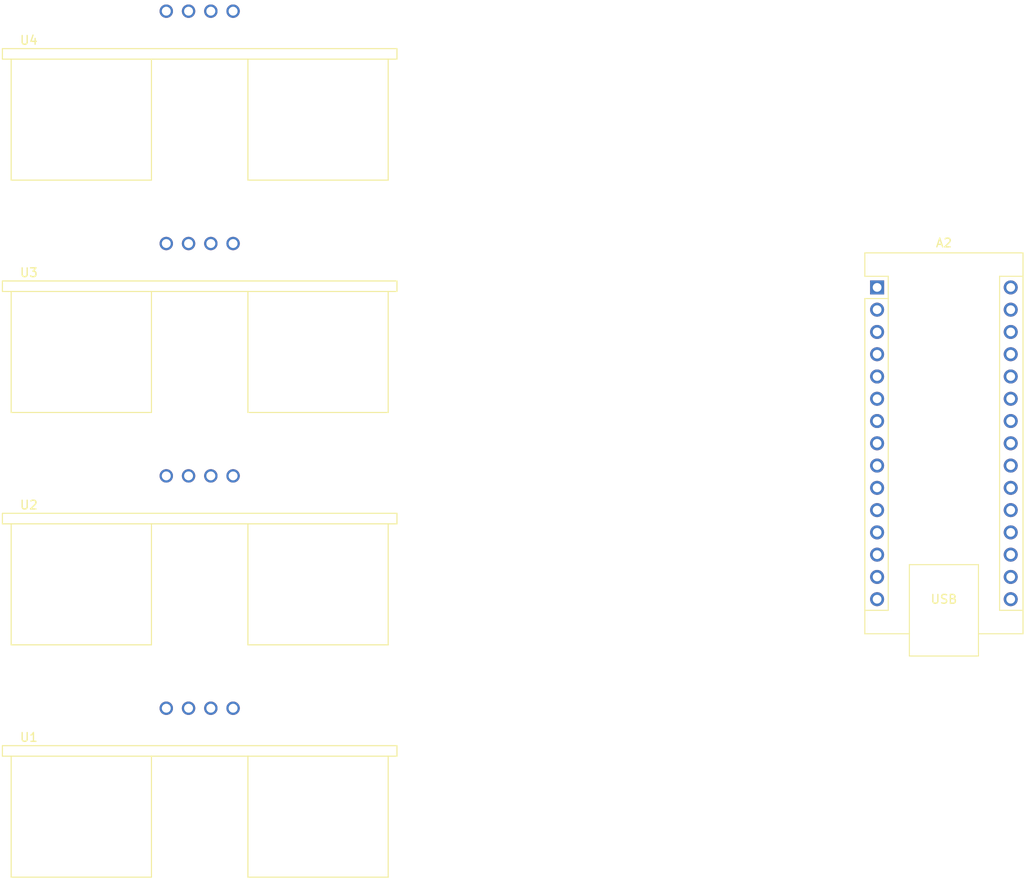
<source format=kicad_pcb>
(kicad_pcb (version 20240108) (generator "pcbnew") (generator_version "8.0")
  (title_block (title "PCB of 4 Senor Setup") (date "2024-10-11"))
  (layers (0 "F.Cu" signal) (31 "B.Cu" signal) (34 "B.Paste" user) (35 "F.Paste" user) (36 "B.SilkS" user "B.Silkscreen") (37 "F.SilkS" user "F.Silkscreen") (38 "B.Mask" user) (39 "F.Mask" user) (44 "Edge.Cuts" user))
  (net 0 "")
  (net 5 "GND")
  (net 8 "Net-(A2-D7)")
  (net 10 "Net-(A2-D9)")
  (net 11 "Net-(A2-D5)")
  (net 14 "Net-(A2-D6)")
  (net 18 "Net-(A2-D10)")
  (net 20 "Net-(A2-D8)")
  (net 23 "Net-(A2-D11)")
  (net 27 "Net-(A2-D12)")
  (net 28 "+5V")
  (footprint "HC-SR04:XCVR_HC-SR04" (layer "F.Cu") (at 111 49.875)
    (property "Reference" "U4" (at -19.48505 3.31671 0) (layer "F.SilkS") (effects (font (size 1.00052 1.00052))))
    (property "Value" "HC-SR04")
    (fp_line (start -22.5 4.27) (end 22.5 4.27) (stroke (width 0.127)) (layer "F.SilkS"))
    (fp_line (start -22.5 5.47) (end -22.5 4.27) (stroke (width 0.127)) (layer "F.SilkS"))
    (fp_line (start -21.5 5.47) (end -22.5 5.47) (stroke (width 0.127)) (layer "F.SilkS"))
    (fp_line (start -21.5 5.47) (end -21.5 19.27) (stroke (width 0.127)) (layer "F.SilkS"))
    (fp_line (start -21.5 19.27) (end -5.5 19.27) (stroke (width 0.127)) (layer "F.SilkS"))
    (fp_line (start -5.5 5.47) (end -21.5 5.47) (stroke (width 0.127)) (layer "F.SilkS"))
    (fp_line (start -5.5 5.47) (end -5.5 19.27) (stroke (width 0.127)) (layer "F.SilkS"))
    (fp_line (start 5.5 5.47) (end -5.5 5.47) (stroke (width 0.127)) (layer "F.SilkS"))
    (fp_line (start 5.5 5.47) (end 5.5 19.27) (stroke (width 0.127)) (layer "F.SilkS"))
    (fp_line (start 5.5 19.27) (end 21.5 19.27) (stroke (width 0.127)) (layer "F.SilkS"))
    (fp_line (start 21.5 5.47) (end 5.5 5.47) (stroke (width 0.127)) (layer "F.SilkS"))
    (fp_line (start 21.5 5.47) (end 21.5 19.27) (stroke (width 0.127)) (layer "F.SilkS"))
    (fp_line (start 22.5 4.27) (end 22.5 5.47) (stroke (width 0.127)) (layer "F.SilkS"))
    (fp_line (start 22.5 5.47) (end 21.5 5.47) (stroke (width 0.127)) (layer "F.SilkS"))
    (pad "1" thru_hole circle (at -3.81 0) (size 1.53 1.53) (drill 1.02) (layers "*.Cu" "*.Mask") (net 28 "+5V"))
    (pad "2" thru_hole circle (at -1.27 0) (size 1.53 1.53) (drill 1.02) (layers "*.Cu" "*.Mask") (net 11 "Net-(A2-D5)"))
    (pad "3" thru_hole circle (at 1.27 0) (size 1.53 1.53) (drill 1.02) (layers "*.Cu" "*.Mask") (net 14 "Net-(A2-D6)"))
    (pad "4" thru_hole circle (at 3.81 0) (size 1.53 1.53) (drill 1.02) (layers "*.Cu" "*.Mask") (net 5 "GND"))
  )
  (footprint "Module:Arduino_Nano" (layer "F.Cu") (at 188.26 81.38)
    (property "Reference" "A2" (at 7.62 -5.08 0) (layer "F.SilkS"))
    (property "Value" "Arduino_Nano_v3.x")
    (fp_line (start -1.4 -3.94) (end -1.4 -1.27) (stroke (width 0.12)) (layer "F.SilkS"))
    (fp_line (start -1.4 1.27) (end -1.4 39.5) (stroke (width 0.12)) (layer "F.SilkS"))
    (fp_line (start -1.4 39.5) (end 3.68 39.5) (stroke (width 0.12)) (layer "F.SilkS"))
    (fp_line (start 1.27 -1.27) (end -1.4 -1.27) (stroke (width 0.12)) (layer "F.SilkS"))
    (fp_line (start 1.27 1.27) (end -1.4 1.27) (stroke (width 0.12)) (layer "F.SilkS"))
    (fp_line (start 1.27 1.27) (end 1.27 -1.27) (stroke (width 0.12)) (layer "F.SilkS"))
    (fp_line (start 1.27 1.27) (end 1.27 36.83) (stroke (width 0.12)) (layer "F.SilkS"))
    (fp_line (start 1.27 36.83) (end -1.4 36.83) (stroke (width 0.12)) (layer "F.SilkS"))
    (fp_line (start 3.68 31.62) (end 11.56 31.62) (stroke (width 0.12)) (layer "F.SilkS"))
    (fp_line (start 3.68 42.04) (end 3.68 31.62) (stroke (width 0.12)) (layer "F.SilkS"))
    (fp_line (start 11.56 31.62) (end 11.56 42.04) (stroke (width 0.12)) (layer "F.SilkS"))
    (fp_line (start 11.56 42.04) (end 3.68 42.04) (stroke (width 0.12)) (layer "F.SilkS"))
    (fp_line (start 13.97 -1.27) (end 13.97 36.83) (stroke (width 0.12)) (layer "F.SilkS"))
    (fp_line (start 13.97 -1.27) (end 16.64 -1.27) (stroke (width 0.12)) (layer "F.SilkS"))
    (fp_line (start 13.97 36.83) (end 16.64 36.83) (stroke (width 0.12)) (layer "F.SilkS"))
    (fp_line (start 16.64 -3.94) (end -1.4 -3.94) (stroke (width 0.12)) (layer "F.SilkS"))
    (fp_line (start 16.64 39.5) (end 11.56 39.5) (stroke (width 0.12)) (layer "F.SilkS"))
    (fp_line (start 16.64 39.5) (end 16.64 -3.94) (stroke (width 0.12)) (layer "F.SilkS"))
    (fp_text user "USB" (at 7.62 35.56 0) (layer "F.SilkS"))
    (pad "1" thru_hole rect (at 0 0) (size 1.6 1.6) (drill 1) (layers "*.Cu" "*.Mask"))
    (pad "2" thru_hole oval (at 0 2.54) (size 1.6 1.6) (drill 1) (layers "*.Cu" "*.Mask"))
    (pad "3" thru_hole oval (at 0 5.08) (size 1.6 1.6) (drill 1) (layers "*.Cu" "*.Mask"))
    (pad "4" thru_hole oval (at 0 7.62) (size 1.6 1.6) (drill 1) (layers "*.Cu" "*.Mask") (net 5 "GND"))
    (pad "5" thru_hole oval (at 0 10.16) (size 1.6 1.6) (drill 1) (layers "*.Cu" "*.Mask"))
    (pad "6" thru_hole oval (at 0 12.7) (size 1.6 1.6) (drill 1) (layers "*.Cu" "*.Mask"))
    (pad "7" thru_hole oval (at 0 15.24) (size 1.6 1.6) (drill 1) (layers "*.Cu" "*.Mask"))
    (pad "8" thru_hole oval (at 0 17.78) (size 1.6 1.6) (drill 1) (layers "*.Cu" "*.Mask") (net 11 "Net-(A2-D5)"))
    (pad "9" thru_hole oval (at 0 20.32) (size 1.6 1.6) (drill 1) (layers "*.Cu" "*.Mask") (net 14 "Net-(A2-D6)"))
    (pad "10" thru_hole oval (at 0 22.86) (size 1.6 1.6) (drill 1) (layers "*.Cu" "*.Mask") (net 8 "Net-(A2-D7)"))
    (pad "11" thru_hole oval (at 0 25.4) (size 1.6 1.6) (drill 1) (layers "*.Cu" "*.Mask") (net 20 "Net-(A2-D8)"))
    (pad "12" thru_hole oval (at 0 27.94) (size 1.6 1.6) (drill 1) (layers "*.Cu" "*.Mask") (net 10 "Net-(A2-D9)"))
    (pad "13" thru_hole oval (at 0 30.48) (size 1.6 1.6) (drill 1) (layers "*.Cu" "*.Mask") (net 18 "Net-(A2-D10)"))
    (pad "14" thru_hole oval (at 0 33.02) (size 1.6 1.6) (drill 1) (layers "*.Cu" "*.Mask") (net 23 "Net-(A2-D11)"))
    (pad "15" thru_hole oval (at 0 35.56) (size 1.6 1.6) (drill 1) (layers "*.Cu" "*.Mask") (net 27 "Net-(A2-D12)"))
    (pad "16" thru_hole oval (at 15.24 35.56) (size 1.6 1.6) (drill 1) (layers "*.Cu" "*.Mask"))
    (pad "17" thru_hole oval (at 15.24 33.02) (size 1.6 1.6) (drill 1) (layers "*.Cu" "*.Mask"))
    (pad "18" thru_hole oval (at 15.24 30.48) (size 1.6 1.6) (drill 1) (layers "*.Cu" "*.Mask"))
    (pad "19" thru_hole oval (at 15.24 27.94) (size 1.6 1.6) (drill 1) (layers "*.Cu" "*.Mask"))
    (pad "20" thru_hole oval (at 15.24 25.4) (size 1.6 1.6) (drill 1) (layers "*.Cu" "*.Mask"))
    (pad "21" thru_hole oval (at 15.24 22.86) (size 1.6 1.6) (drill 1) (layers "*.Cu" "*.Mask"))
    (pad "22" thru_hole oval (at 15.24 20.32) (size 1.6 1.6) (drill 1) (layers "*.Cu" "*.Mask"))
    (pad "23" thru_hole oval (at 15.24 17.78) (size 1.6 1.6) (drill 1) (layers "*.Cu" "*.Mask"))
    (pad "24" thru_hole oval (at 15.24 15.24) (size 1.6 1.6) (drill 1) (layers "*.Cu" "*.Mask"))
    (pad "25" thru_hole oval (at 15.24 12.7) (size 1.6 1.6) (drill 1) (layers "*.Cu" "*.Mask"))
    (pad "26" thru_hole oval (at 15.24 10.16) (size 1.6 1.6) (drill 1) (layers "*.Cu" "*.Mask"))
    (pad "27" thru_hole oval (at 15.24 7.62) (size 1.6 1.6) (drill 1) (layers "*.Cu" "*.Mask"))
    (pad "28" thru_hole oval (at 15.24 5.08) (size 1.6 1.6) (drill 1) (layers "*.Cu" "*.Mask"))
    (pad "29" thru_hole oval (at 15.24 2.54) (size 1.6 1.6) (drill 1) (layers "*.Cu" "*.Mask") (net 5 "GND"))
    (pad "30" thru_hole oval (at 15.24 0) (size 1.6 1.6) (drill 1) (layers "*.Cu" "*.Mask") (net 28 "+5V"))
  )
  (footprint "HC-SR04:XCVR_HC-SR04" (layer "F.Cu") (at 111 102.875)
    (property "Reference" "U2" (at -19.48505 3.31671 0) (layer "F.SilkS") (effects (font (size 1.00052 1.00052))))
    (property "Value" "HC-SR04")
    (fp_line (start -22.5 4.27) (end 22.5 4.27) (stroke (width 0.127)) (layer "F.SilkS"))
    (fp_line (start -22.5 5.47) (end -22.5 4.27) (stroke (width 0.127)) (layer "F.SilkS"))
    (fp_line (start -21.5 5.47) (end -22.5 5.47) (stroke (width 0.127)) (layer "F.SilkS"))
    (fp_line (start -21.5 5.47) (end -21.5 19.27) (stroke (width 0.127)) (layer "F.SilkS"))
    (fp_line (start -21.5 19.27) (end -5.5 19.27) (stroke (width 0.127)) (layer "F.SilkS"))
    (fp_line (start -5.5 5.47) (end -21.5 5.47) (stroke (width 0.127)) (layer "F.SilkS"))
    (fp_line (start -5.5 5.47) (end -5.5 19.27) (stroke (width 0.127)) (layer "F.SilkS"))
    (fp_line (start 5.5 5.47) (end -5.5 5.47) (stroke (width 0.127)) (layer "F.SilkS"))
    (fp_line (start 5.5 5.47) (end 5.5 19.27) (stroke (width 0.127)) (layer "F.SilkS"))
    (fp_line (start 5.5 19.27) (end 21.5 19.27) (stroke (width 0.127)) (layer "F.SilkS"))
    (fp_line (start 21.5 5.47) (end 5.5 5.47) (stroke (width 0.127)) (layer "F.SilkS"))
    (fp_line (start 21.5 5.47) (end 21.5 19.27) (stroke (width 0.127)) (layer "F.SilkS"))
    (fp_line (start 22.5 4.27) (end 22.5 5.47) (stroke (width 0.127)) (layer "F.SilkS"))
    (fp_line (start 22.5 5.47) (end 21.5 5.47) (stroke (width 0.127)) (layer "F.SilkS"))
    (pad "1" thru_hole circle (at -3.81 0) (size 1.53 1.53) (drill 1.02) (layers "*.Cu" "*.Mask") (net 28 "+5V"))
    (pad "2" thru_hole circle (at -1.27 0) (size 1.53 1.53) (drill 1.02) (layers "*.Cu" "*.Mask") (net 10 "Net-(A2-D9)"))
    (pad "3" thru_hole circle (at 1.27 0) (size 1.53 1.53) (drill 1.02) (layers "*.Cu" "*.Mask") (net 18 "Net-(A2-D10)"))
    (pad "4" thru_hole circle (at 3.81 0) (size 1.53 1.53) (drill 1.02) (layers "*.Cu" "*.Mask") (net 5 "GND"))
  )
  (footprint "HC-SR04:XCVR_HC-SR04" (layer "F.Cu") (at 111 129.375)
    (property "Reference" "U1" (at -19.48505 3.31671 0) (layer "F.SilkS") (effects (font (size 1.00052 1.00052))))
    (property "Value" "HC-SR04")
    (fp_line (start -22.5 4.27) (end 22.5 4.27) (stroke (width 0.127)) (layer "F.SilkS"))
    (fp_line (start -22.5 5.47) (end -22.5 4.27) (stroke (width 0.127)) (layer "F.SilkS"))
    (fp_line (start -21.5 5.47) (end -22.5 5.47) (stroke (width 0.127)) (layer "F.SilkS"))
    (fp_line (start -21.5 5.47) (end -21.5 19.27) (stroke (width 0.127)) (layer "F.SilkS"))
    (fp_line (start -21.5 19.27) (end -5.5 19.27) (stroke (width 0.127)) (layer "F.SilkS"))
    (fp_line (start -5.5 5.47) (end -21.5 5.47) (stroke (width 0.127)) (layer "F.SilkS"))
    (fp_line (start -5.5 5.47) (end -5.5 19.27) (stroke (width 0.127)) (layer "F.SilkS"))
    (fp_line (start 5.5 5.47) (end -5.5 5.47) (stroke (width 0.127)) (layer "F.SilkS"))
    (fp_line (start 5.5 5.47) (end 5.5 19.27) (stroke (width 0.127)) (layer "F.SilkS"))
    (fp_line (start 5.5 19.27) (end 21.5 19.27) (stroke (width 0.127)) (layer "F.SilkS"))
    (fp_line (start 21.5 5.47) (end 5.5 5.47) (stroke (width 0.127)) (layer "F.SilkS"))
    (fp_line (start 21.5 5.47) (end 21.5 19.27) (stroke (width 0.127)) (layer "F.SilkS"))
    (fp_line (start 22.5 4.27) (end 22.5 5.47) (stroke (width 0.127)) (layer "F.SilkS"))
    (fp_line (start 22.5 5.47) (end 21.5 5.47) (stroke (width 0.127)) (layer "F.SilkS"))
    (pad "1" thru_hole circle (at -3.81 0) (size 1.53 1.53) (drill 1.02) (layers "*.Cu" "*.Mask") (net 28 "+5V"))
    (pad "2" thru_hole circle (at -1.27 0) (size 1.53 1.53) (drill 1.02) (layers "*.Cu" "*.Mask") (net 23 "Net-(A2-D11)"))
    (pad "3" thru_hole circle (at 1.27 0) (size 1.53 1.53) (drill 1.02) (layers "*.Cu" "*.Mask") (net 27 "Net-(A2-D12)"))
    (pad "4" thru_hole circle (at 3.81 0) (size 1.53 1.53) (drill 1.02) (layers "*.Cu" "*.Mask") (net 5 "GND"))
  )
  (footprint "HC-SR04:XCVR_HC-SR04" (layer "F.Cu") (at 111 76.375)
    (property "Reference" "U3" (at -19.48505 3.31671 0) (layer "F.SilkS") (effects (font (size 1.00052 1.00052))))
    (property "Value" "HC-SR04")
    (fp_line (start -22.5 4.27) (end 22.5 4.27) (stroke (width 0.127)) (layer "F.SilkS"))
    (fp_line (start -22.5 5.47) (end -22.5 4.27) (stroke (width 0.127)) (layer "F.SilkS"))
    (fp_line (start -21.5 5.47) (end -22.5 5.47) (stroke (width 0.127)) (layer "F.SilkS"))
    (fp_line (start -21.5 5.47) (end -21.5 19.27) (stroke (width 0.127)) (layer "F.SilkS"))
    (fp_line (start -21.5 19.27) (end -5.5 19.27) (stroke (width 0.127)) (layer "F.SilkS"))
    (fp_line (start -5.5 5.47) (end -21.5 5.47) (stroke (width 0.127)) (layer "F.SilkS"))
    (fp_line (start -5.5 5.47) (end -5.5 19.27) (stroke (width 0.127)) (layer "F.SilkS"))
    (fp_line (start 5.5 5.47) (end -5.5 5.47) (stroke (width 0.127)) (layer "F.SilkS"))
    (fp_line (start 5.5 5.47) (end 5.5 19.27) (stroke (width 0.127)) (layer "F.SilkS"))
    (fp_line (start 5.5 19.27) (end 21.5 19.27) (stroke (width 0.127)) (layer "F.SilkS"))
    (fp_line (start 21.5 5.47) (end 5.5 5.47) (stroke (width 0.127)) (layer "F.SilkS"))
    (fp_line (start 21.5 5.47) (end 21.5 19.27) (stroke (width 0.127)) (layer "F.SilkS"))
    (fp_line (start 22.5 4.27) (end 22.5 5.47) (stroke (width 0.127)) (layer "F.SilkS"))
    (fp_line (start 22.5 5.47) (end 21.5 5.47) (stroke (width 0.127)) (layer "F.SilkS"))
    (pad "1" thru_hole circle (at -3.81 0) (size 1.53 1.53) (drill 1.02) (layers "*.Cu" "*.Mask") (net 28 "+5V"))
    (pad "2" thru_hole circle (at -1.27 0) (size 1.53 1.53) (drill 1.02) (layers "*.Cu" "*.Mask") (net 8 "Net-(A2-D7)"))
    (pad "3" thru_hole circle (at 1.27 0) (size 1.53 1.53) (drill 1.02) (layers "*.Cu" "*.Mask") (net 20 "Net-(A2-D8)"))
    (pad "4" thru_hole circle (at 3.81 0) (size 1.53 1.53) (drill 1.02) (layers "*.Cu" "*.Mask") (net 5 "GND"))
  )
)
</source>
